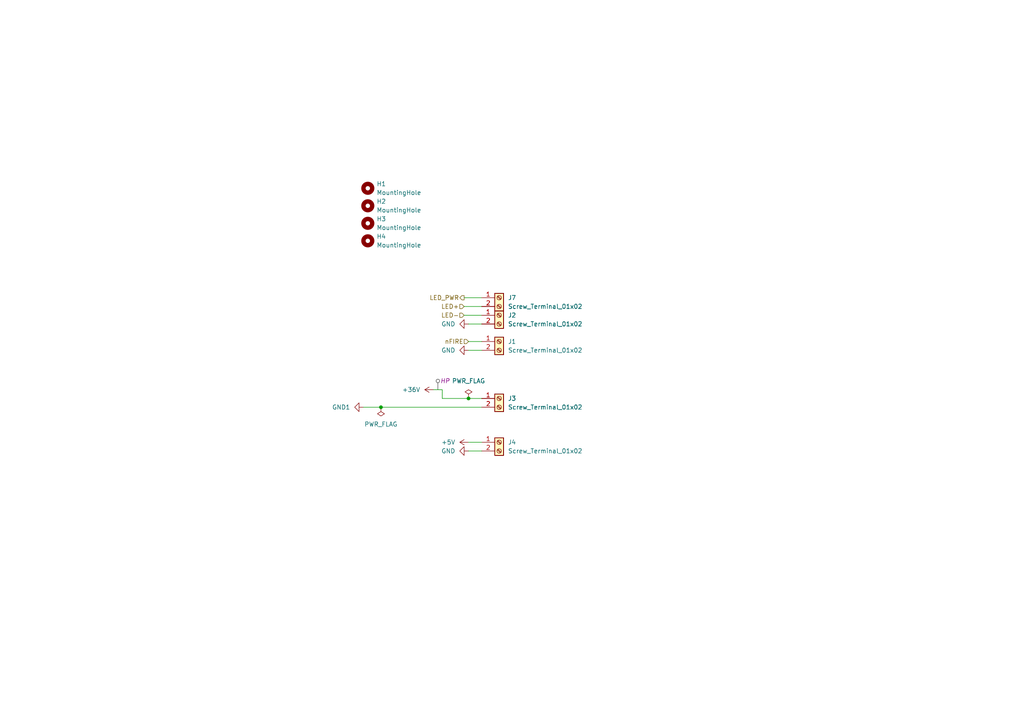
<source format=kicad_sch>
(kicad_sch (version 20231120) (generator "eeschema") (generator_version "8.0")
  (paper "A4")
  (title_block (title "Xaar 128 Driver") (date "2023-12-04") (rev "1.0.0"))
  (lib_symbols
    (symbol "Connector:Screw_Terminal_01x02" (pin_names (offset 1.016) hide)
      (property "Reference" "J" (at 0 2.54 0))
      (property "Value" "Screw_Terminal_01x02" (at 0 -5.08 0))
      (symbol "Screw_Terminal_01x02_1_1"
        (rectangle (start -1.27 1.27) (end 1.27 -3.81) (stroke (width 0.254)) (fill (type background)))
        (circle (center 0 -2.54) (radius 0.635) (stroke (width 0.1524)))
        (polyline (pts (xy -0.5334 -2.2098) (xy 0.3302 -3.048)) (stroke (width 0.1524)))
        (polyline (pts (xy -0.5334 0.3302) (xy 0.3302 -0.508)) (stroke (width 0.1524)))
        (polyline (pts (xy -0.3556 -2.032) (xy 0.508 -2.8702)) (stroke (width 0.1524)))
        (polyline (pts (xy -0.3556 0.508) (xy 0.508 -0.3302)) (stroke (width 0.1524)))
        (circle (center 0 0) (radius 0.635) (stroke (width 0.1524)))
        (pin passive line (at -5.08 0 0) (length 3.81) (name "Pin_1") (number "1"))
        (pin passive line (at -5.08 -2.54 0) (length 3.81) (name "Pin_2") (number "2"))
      )
    )
    (symbol "Mechanical:MountingHole" (pin_names (offset 1.016))
      (property "Reference" "H" (at 0 5.08 0))
      (property "Value" "MountingHole" (at 0 3.175 0))
      (symbol "MountingHole_0_1"
        (circle (center 0 0) (radius 1.27) (stroke (width 1.27)))
      )
    )
    (symbol "power:+36V" (power) (pin_names (offset 0))
      (property "Value" "+36V" (at 0 3.556 0))
      (symbol "+36V_0_1"
        (polyline (pts (xy -0.762 1.27) (xy 0 2.54)))
        (polyline (pts (xy 0 0) (xy 0 2.54)))
        (polyline (pts (xy 0 2.54) (xy 0.762 1.27)))
      )
      (symbol "+36V_1_1"
        (pin power_in line (at 0 0 90) (length 0) hide (name "+36V") (number "1"))
      )
    )
    (symbol "power:+5V" (power) (pin_names (offset 0))
      (property "Value" "+5V" (at 0 3.556 0))
      (symbol "+5V_0_1"
        (polyline (pts (xy -0.762 1.27) (xy 0 2.54)))
        (polyline (pts (xy 0 0) (xy 0 2.54)))
        (polyline (pts (xy 0 2.54) (xy 0.762 1.27)))
      )
      (symbol "+5V_1_1"
        (pin power_in line (at 0 0 90) (length 0) hide (name "+5V") (number "1"))
      )
    )
    (symbol "power:GND" (power) (pin_names (offset 0))
      (property "Value" "GND" (at 0 -3.81 0))
      (symbol "GND_0_1"
        (polyline (pts (xy 0 0) (xy 0 -1.27) (xy 1.27 -1.27) (xy 0 -2.54) (xy -1.27 -1.27) (xy 0 -1.27)))
      )
      (symbol "GND_1_1"
        (pin power_in line (at 0 0 270) (length 0) hide (name "GND") (number "1"))
      )
    )
    (symbol "power:GND1" (power) (pin_names (offset 0))
      (property "Value" "GND1" (at 0 -3.81 0))
      (symbol "GND1_0_1"
        (polyline (pts (xy 0 0) (xy 0 -1.27) (xy 1.27 -1.27) (xy 0 -2.54) (xy -1.27 -1.27) (xy 0 -1.27)))
      )
      (symbol "GND1_1_1"
        (pin power_in line (at 0 0 270) (length 0) hide (name "GND1") (number "1"))
      )
    )
    (symbol "power:PWR_FLAG" (power) (pin_numbers hide) (pin_names (offset 0) hide)
      (property "Value" "PWR_FLAG" (at 0 3.81 0))
      (symbol "PWR_FLAG_0_0"
        (pin power_out line (at 0 0 90) (length 0) (name "pwr") (number "1"))
      )
      (symbol "PWR_FLAG_0_1"
        (polyline (pts (xy 0 0) (xy 0 1.27) (xy -1.016 1.905) (xy 0 2.54) (xy 1.016 1.905) (xy 0 1.27)))
      )
    )
  )
  (junction (at 110.49 118.11))
  (junction (at 135.89 115.57))
  (wire (pts (xy 135.89 128.27) (xy 139.7 128.27)))
  (wire (pts (xy 135.89 99.06) (xy 139.7 99.06)))
  (wire (pts (xy 135.89 130.81) (xy 139.7 130.81)))
  (wire (pts (xy 128.27 115.57) (xy 135.89 115.57)))
  (wire (pts (xy 135.89 93.98) (xy 139.7 93.98)))
  (wire (pts (xy 135.89 101.6) (xy 139.7 101.6)))
  (wire (pts (xy 105.41 118.11) (xy 110.49 118.11)))
  (wire (pts (xy 134.62 91.44) (xy 139.7 91.44)))
  (wire (pts (xy 135.89 115.57) (xy 139.7 115.57)))
  (wire (pts (xy 134.62 88.9) (xy 139.7 88.9)))
  (wire (pts (xy 125.73 113.03) (xy 128.27 113.03)))
  (wire (pts (xy 110.49 118.11) (xy 139.7 118.11)))
  (wire (pts (xy 128.27 113.03) (xy 128.27 115.57)))
  (wire (pts (xy 134.62 86.36) (xy 139.7 86.36)))
  (hierarchical_label "LED+" (shape input) (at 134.62 88.9 180))
  (hierarchical_label "LED-" (shape input) (at 134.62 91.44 180))
  (hierarchical_label "LED_PWR" (shape output) (at 134.62 86.36 180))
  (hierarchical_label "nFIRE" (shape input) (at 135.89 99.06 180))
  (netclass_flag "" (length 2.54) (shape round) (at 127 113.03 0) (property "Netclass" "HP" (at 127.6985 110.49 0) (effects (font (italic yes)) (justify left))))
  (symbol (lib_id "power:PWR_FLAG") (at 110.49 118.11 180) (unit 1)
    (property "Reference" "#FLG06" (effects (hide yes)))
    (property "Value" "PWR_FLAG" (at 110.49 123.0532 0))
  )
  (symbol (lib_id "power:GND") (at 135.89 130.81 270) (unit 1)
    (property "Reference" "#PWR068" (effects (hide yes)))
    (property "Value" "GND" (at 132.08 130.81 90) (effects (justify right)))
  )
  (symbol (lib_id "Mechanical:MountingHole") (at 106.68 59.69 0) (unit 1)
    (property "Reference" "H2" (at 109.22 58.42 0) (effects (justify left)))
    (property "Value" "MountingHole" (at 109.22 60.96 0) (effects (justify left)))
    (property "Footprint" "MountingHole:MountingHole_2.7mm_M2.5_DIN965" (effects (hide yes)))
    (property "Supplier" "None" (effects (hide yes)))
  )
  (symbol (lib_id "Mechanical:MountingHole") (at 106.68 64.77 0) (unit 1)
    (property "Reference" "H3" (at 109.22 63.5 0) (effects (justify left)))
    (property "Value" "MountingHole" (at 109.22 66.04 0) (effects (justify left)))
    (property "Footprint" "MountingHole:MountingHole_2.7mm_M2.5_DIN965" (effects (hide yes)))
    (property "Supplier" "None" (effects (hide yes)))
  )
  (symbol (lib_id "Connector:Screw_Terminal_01x02") (at 144.78 128.27 0) (unit 1)
    (property "Reference" "J4" (at 147.32 128.27 0) (effects (justify left)))
    (property "Value" "Screw_Terminal_01x02" (at 147.32 130.81 0) (effects (justify left)))
    (property "Footprint" "RS_PRO:897-1051" (effects (hide yes)))
    (property "RSBestNr" "897-1051 + 897-0998" (effects (hide yes)))
    (property "Supplier" "RS" (effects (hide yes)))
  )
  (symbol (lib_id "power:+36V") (at 125.73 113.03 90) (unit 1)
    (property "Reference" "#PWR066" (effects (hide yes)))
    (property "Value" "+36V" (at 121.92 113.03 90) (effects (justify left)))
  )
  (symbol (lib_id "Connector:Screw_Terminal_01x02") (at 144.78 99.06 0) (unit 1)
    (property "Reference" "J1" (at 147.32 99.06 0) (effects (justify left)))
    (property "Value" "Screw_Terminal_01x02" (at 147.32 101.6 0) (effects (justify left)))
    (property "Footprint" "RS_PRO:897-1051" (effects (hide yes)))
    (property "RSBestNr" "897-1051 + 897-0998" (effects (hide yes)))
    (property "Supplier" "RS" (effects (hide yes)))
  )
  (symbol (lib_id "power:+5V") (at 135.89 128.27 90) (unit 1)
    (property "Reference" "#PWR069" (effects (hide yes)))
    (property "Value" "+5V" (at 132.08 128.27 90) (effects (justify left)))
  )
  (symbol (lib_id "Connector:Screw_Terminal_01x02") (at 144.78 115.57 0) (unit 1)
    (property "Reference" "J3" (at 147.32 115.57 0) (effects (justify left)))
    (property "Value" "Screw_Terminal_01x02" (at 147.32 118.11 0) (effects (justify left)))
    (property "Footprint" "RS_PRO:897-1051" (effects (hide yes)))
    (property "RSBestNr" "897-1051 + 897-0998" (effects (hide yes)))
    (property "Supplier" "RS" (effects (hide yes)))
  )
  (symbol (lib_id "power:GND1") (at 105.41 118.11 270) (unit 1)
    (property "Reference" "#PWR096" (effects (hide yes)))
    (property "Value" "GND1" (at 101.6 118.11 90) (effects (justify right)))
  )
  (symbol (lib_id "Mechanical:MountingHole") (at 106.68 69.85 0) (unit 1)
    (property "Reference" "H4" (at 109.22 68.58 0) (effects (justify left)))
    (property "Value" "MountingHole" (at 109.22 71.12 0) (effects (justify left)))
    (property "Footprint" "MountingHole:MountingHole_2.7mm_M2.5_DIN965" (effects (hide yes)))
    (property "Supplier" "None" (effects (hide yes)))
  )
  (symbol (lib_id "Connector:Screw_Terminal_01x02") (at 144.78 86.36 0) (unit 1)
    (property "Reference" "J7" (at 147.32 86.36 0) (effects (justify left)))
    (property "Value" "Screw_Terminal_01x02" (at 147.32 88.9 0) (effects (justify left)))
    (property "Footprint" "RS_PRO:897-1051" (effects (hide yes)))
    (property "RSBestNr" "897-1051 + 897-0998" (effects (hide yes)))
    (property "Supplier" "RS" (effects (hide yes)))
  )
  (symbol (lib_id "Mechanical:MountingHole") (at 106.68 54.61 0) (unit 1)
    (property "Reference" "H1" (at 109.22 53.34 0) (effects (justify left)))
    (property "Value" "MountingHole" (at 109.22 55.88 0) (effects (justify left)))
    (property "Footprint" "MountingHole:MountingHole_2.7mm_M2.5_DIN965" (effects (hide yes)))
    (property "Supplier" "None" (effects (hide yes)))
  )
  (symbol (lib_id "power:PWR_FLAG") (at 135.89 115.57 0) (unit 1)
    (property "Reference" "#FLG07" (effects (hide yes)))
    (property "Value" "PWR_FLAG" (at 135.89 110.49 0))
  )
  (symbol (lib_id "power:GND") (at 135.89 101.6 270) (unit 1)
    (property "Reference" "#PWR064" (effects (hide yes)))
    (property "Value" "GND" (at 132.08 101.6 90) (effects (justify right)))
  )
  (symbol (lib_id "power:GND") (at 135.89 93.98 270) (unit 1)
    (property "Reference" "#PWR067" (effects (hide yes)))
    (property "Value" "GND" (at 132.08 93.98 90) (effects (justify right)))
  )
  (symbol (lib_id "Connector:Screw_Terminal_01x02") (at 144.78 91.44 0) (unit 1)
    (property "Reference" "J2" (at 147.32 91.44 0) (effects (justify left)))
    (property "Value" "Screw_Terminal_01x02" (at 147.32 93.98 0) (effects (justify left)))
    (property "Footprint" "RS_PRO:897-1051" (effects (hide yes)))
    (property "RSBestNr" "897-1051 + 897-0998" (effects (hide yes)))
    (property "Supplier" "RS" (effects (hide yes)))
  )
)
</source>
